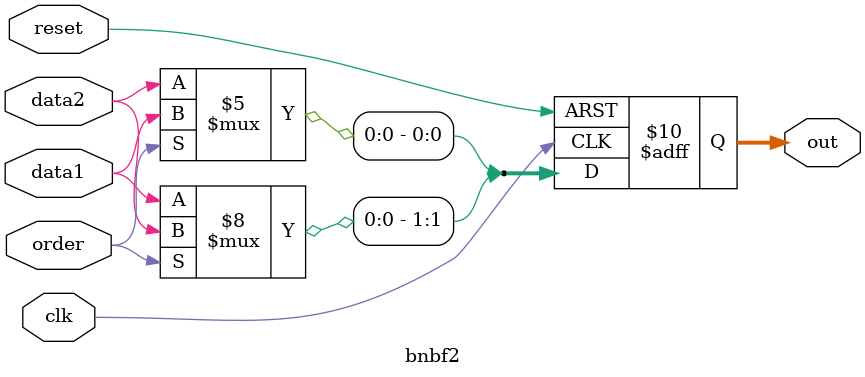
<source format=v>
module bnbf2(input wire clk, input wire reset, input wire data1,input wire data2,input wire order,
	     output reg[1:0]out);
  always @(posedge clk or posedge reset)begin
    if(reset == 1'b1) begin
      out <= 2'b00;
    end
    else if(order == 1'b0) begin
      out[1] = data1;
      out[0] <= data2;
    end
    else begin
      out[0] = data1;
      out[1] <= data2;
    end
  end//end always
endmodule
      

</source>
